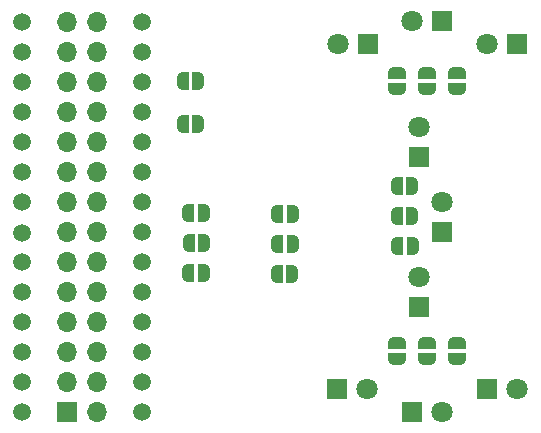
<source format=gbr>
%TF.GenerationSoftware,KiCad,Pcbnew,(6.0.4)*%
%TF.CreationDate,2024-03-23T15:20:54+02:00*%
%TF.ProjectId,EEE3088 Sensing,45454533-3038-4382-9053-656e73696e67,R1.0*%
%TF.SameCoordinates,Original*%
%TF.FileFunction,Soldermask,Bot*%
%TF.FilePolarity,Negative*%
%FSLAX46Y46*%
G04 Gerber Fmt 4.6, Leading zero omitted, Abs format (unit mm)*
G04 Created by KiCad (PCBNEW (6.0.4)) date 2024-03-23 15:20:54*
%MOMM*%
%LPD*%
G01*
G04 APERTURE LIST*
G04 Aperture macros list*
%AMFreePoly0*
4,1,22,0.500000,-0.750000,0.000000,-0.750000,0.000000,-0.745033,-0.079941,-0.743568,-0.215256,-0.701293,-0.333266,-0.622738,-0.424486,-0.514219,-0.481581,-0.384460,-0.499164,-0.250000,-0.500000,-0.250000,-0.500000,0.250000,-0.499164,0.250000,-0.499963,0.256109,-0.478152,0.396186,-0.417904,0.524511,-0.324060,0.630769,-0.204165,0.706417,-0.067858,0.745374,0.000000,0.744959,0.000000,0.750000,
0.500000,0.750000,0.500000,-0.750000,0.500000,-0.750000,$1*%
%AMFreePoly1*
4,1,20,0.000000,0.744959,0.073905,0.744508,0.209726,0.703889,0.328688,0.626782,0.421226,0.519385,0.479903,0.390333,0.500000,0.250000,0.500000,-0.250000,0.499851,-0.262216,0.476331,-0.402017,0.414519,-0.529596,0.319384,-0.634700,0.198574,-0.708877,0.061801,-0.746166,0.000000,-0.745033,0.000000,-0.750000,-0.500000,-0.750000,-0.500000,0.750000,0.000000,0.750000,0.000000,0.744959,
0.000000,0.744959,$1*%
G04 Aperture macros list end*
%ADD10FreePoly0,0.000000*%
%ADD11FreePoly1,0.000000*%
%ADD12FreePoly0,180.000000*%
%ADD13FreePoly1,180.000000*%
%ADD14FreePoly0,270.000000*%
%ADD15FreePoly1,270.000000*%
%ADD16FreePoly0,90.000000*%
%ADD17FreePoly1,90.000000*%
%ADD18C,1.800000*%
%ADD19R,1.800000X1.800000*%
%ADD20O,1.700000X1.700000*%
%ADD21R,1.700000X1.700000*%
%ADD22C,1.500000*%
G04 APERTURE END LIST*
D10*
%TO.C,17*%
X129637000Y-77216000D03*
D11*
X130937000Y-77216000D03*
%TD*%
D10*
%TO.C,16*%
X137130000Y-77343000D03*
D11*
X138430000Y-77343000D03*
%TD*%
D12*
%TO.C,15*%
X130952000Y-74676000D03*
D13*
X129652000Y-74676000D03*
%TD*%
D10*
%TO.C,14*%
X137160000Y-74803000D03*
D11*
X138460000Y-74803000D03*
%TD*%
D10*
%TO.C,13*%
X137160000Y-72263000D03*
D11*
X138460000Y-72263000D03*
%TD*%
D10*
%TO.C,12*%
X129637000Y-72136000D03*
D11*
X130937000Y-72136000D03*
%TD*%
D10*
%TO.C,11*%
X129159000Y-60960000D03*
D11*
X130459000Y-60960000D03*
%TD*%
D10*
%TO.C,10*%
X129159000Y-64643000D03*
D11*
X130459000Y-64643000D03*
%TD*%
D14*
%TO.C,9*%
X147320000Y-83170000D03*
D15*
X147320000Y-84470000D03*
%TD*%
D16*
%TO.C,8*%
X152400000Y-61610000D03*
D17*
X152400000Y-60310000D03*
%TD*%
D10*
%TO.C,7*%
X147320000Y-74930000D03*
D11*
X148620000Y-74930000D03*
%TD*%
D14*
%TO.C,6*%
X149860000Y-83170000D03*
D15*
X149860000Y-84470000D03*
%TD*%
D16*
%TO.C,5*%
X149860000Y-61610000D03*
D17*
X149860000Y-60310000D03*
%TD*%
D10*
%TO.C,4*%
X147290000Y-72390000D03*
D11*
X148590000Y-72390000D03*
%TD*%
D14*
%TO.C,3*%
X152400000Y-83170000D03*
D15*
X152400000Y-84470000D03*
%TD*%
D16*
%TO.C,2*%
X147320000Y-61610000D03*
D17*
X147320000Y-60310000D03*
%TD*%
D11*
%TO.C,1*%
X148590000Y-69850000D03*
D10*
X147290000Y-69850000D03*
%TD*%
D18*
%TO.C,Q6*%
X151130000Y-89000000D03*
D19*
X148590000Y-89000000D03*
%TD*%
%TO.C,D2*%
X144830000Y-57815000D03*
D18*
X142290000Y-57815000D03*
%TD*%
%TO.C,Q4*%
X151080000Y-71220000D03*
D19*
X151080000Y-73760000D03*
%TD*%
%TO.C,Q5*%
X151130000Y-55880000D03*
D18*
X148590000Y-55880000D03*
%TD*%
D19*
%TO.C,D6*%
X142235000Y-87065000D03*
D18*
X144775000Y-87065000D03*
%TD*%
D19*
%TO.C,D1*%
X149145000Y-67415000D03*
D18*
X149145000Y-64875000D03*
%TD*%
D19*
%TO.C,D5*%
X157485000Y-57815000D03*
D18*
X154945000Y-57815000D03*
%TD*%
D19*
%TO.C,D4*%
X149145000Y-80115000D03*
D18*
X149145000Y-77575000D03*
%TD*%
D20*
%TO.C,J1*%
X121865000Y-55980000D03*
X119325000Y-55980000D03*
X121865000Y-58520000D03*
X119325000Y-58520000D03*
X121865000Y-61060000D03*
X119325000Y-61060000D03*
X121865000Y-63600000D03*
X119325000Y-63600000D03*
X121865000Y-66140000D03*
X119325000Y-66140000D03*
X121865000Y-68680000D03*
X119325000Y-68680000D03*
X121865000Y-71220000D03*
X119325000Y-71220000D03*
X121865000Y-73760000D03*
X119325000Y-73760000D03*
X121865000Y-76300000D03*
X119325000Y-76300000D03*
X121865000Y-78840000D03*
X119325000Y-78840000D03*
X121865000Y-81380000D03*
X119325000Y-81380000D03*
X121865000Y-83920000D03*
X119325000Y-83920000D03*
X121865000Y-86460000D03*
X119325000Y-86460000D03*
X121865000Y-89000000D03*
D21*
X119325000Y-89000000D03*
%TD*%
D19*
%TO.C,D3*%
X154935000Y-87065000D03*
D18*
X157475000Y-87065000D03*
%TD*%
D22*
%TO.C,TP12*%
X115520000Y-61060000D03*
%TD*%
%TO.C,TP14*%
X115520000Y-63600000D03*
%TD*%
%TO.C,TP2*%
X115520000Y-55980000D03*
%TD*%
%TO.C,TP4*%
X115520000Y-81380000D03*
%TD*%
%TO.C,TP18*%
X125680000Y-81380000D03*
%TD*%
%TO.C,TP21*%
X125680000Y-73760000D03*
%TD*%
%TO.C,TP11*%
X115520000Y-71220000D03*
%TD*%
%TO.C,TP16*%
X125680000Y-58520000D03*
%TD*%
%TO.C,TP1*%
X115520000Y-89000000D03*
%TD*%
%TO.C,TP28*%
X125680000Y-55980000D03*
%TD*%
%TO.C,TP19*%
X125680000Y-78840000D03*
%TD*%
%TO.C,TP24*%
X125680000Y-66140000D03*
%TD*%
%TO.C,TP17*%
X125680000Y-83920000D03*
%TD*%
%TO.C,TP8*%
X115520000Y-78840000D03*
%TD*%
%TO.C,TP26*%
X125680000Y-61060000D03*
%TD*%
%TO.C,TP7*%
X115520000Y-73860000D03*
%TD*%
%TO.C,TP10*%
X115520000Y-66140000D03*
%TD*%
%TO.C,TP9*%
X115520000Y-68680000D03*
%TD*%
%TO.C,TP5*%
X115520000Y-86460000D03*
%TD*%
%TO.C,TP6*%
X115520000Y-76300000D03*
%TD*%
%TO.C,TP15*%
X125680000Y-89000000D03*
%TD*%
%TO.C,TP13*%
X115520000Y-58520000D03*
%TD*%
%TO.C,TP20*%
X125680000Y-76300000D03*
%TD*%
%TO.C,TP22*%
X125680000Y-71220000D03*
%TD*%
%TO.C,TP27*%
X125680000Y-86460000D03*
%TD*%
%TO.C,TP3*%
X115520000Y-83920000D03*
%TD*%
%TO.C,TP25*%
X125680000Y-63600000D03*
%TD*%
%TO.C,TP23*%
X125680000Y-68680000D03*
%TD*%
M02*

</source>
